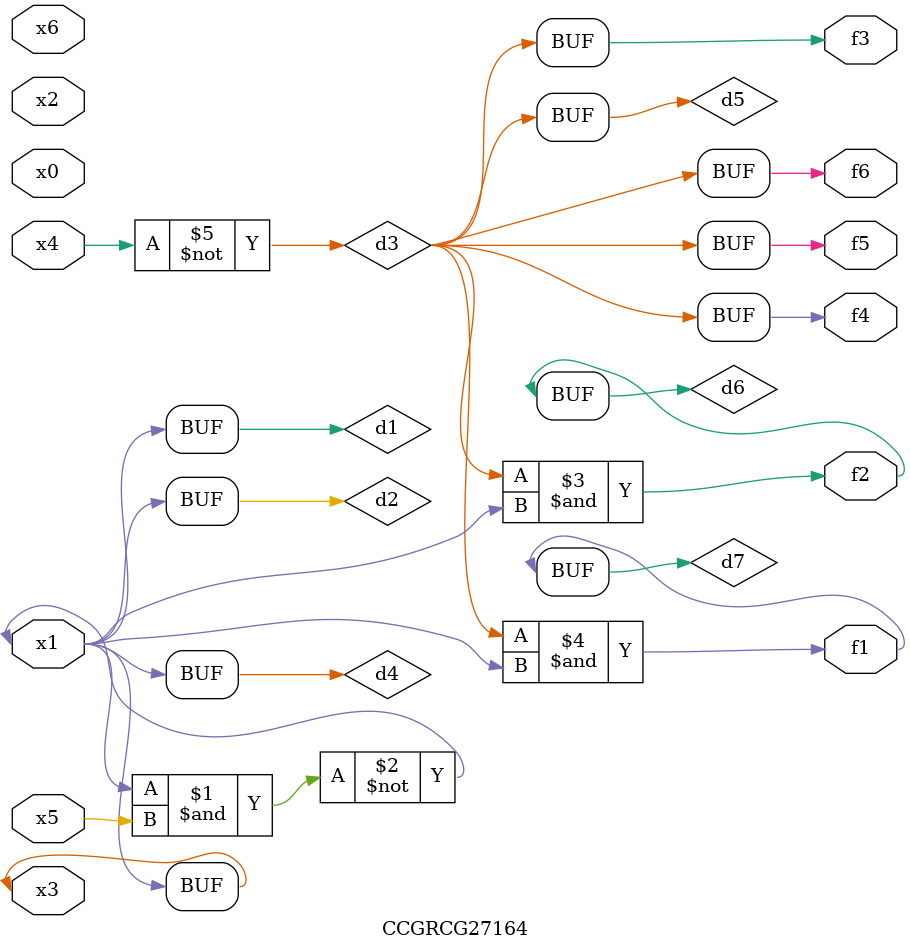
<source format=v>
module CCGRCG27164(
	input x0, x1, x2, x3, x4, x5, x6,
	output f1, f2, f3, f4, f5, f6
);

	wire d1, d2, d3, d4, d5, d6, d7;

	buf (d1, x1, x3);
	nand (d2, x1, x5);
	not (d3, x4);
	buf (d4, d1, d2);
	buf (d5, d3);
	and (d6, d3, d4);
	and (d7, d3, d4);
	assign f1 = d7;
	assign f2 = d6;
	assign f3 = d5;
	assign f4 = d5;
	assign f5 = d5;
	assign f6 = d5;
endmodule

</source>
